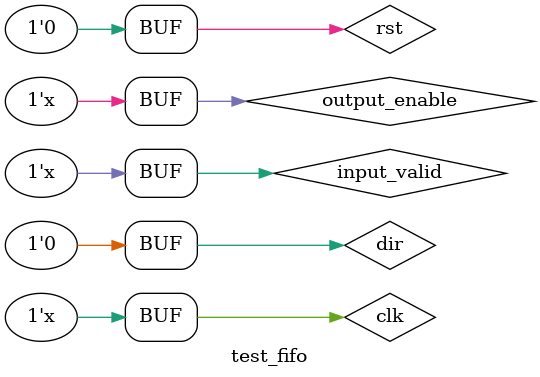
<source format=v>
`timescale 1ns / 1ps

`include "../../sources_1/new/fifo.v"

module test_fifo();
  reg clk, rst, dir;
  reg [3:0] narrow_in;
  wire [3:0] narrow_out;
  reg [7:0] wide_in;
  wire [7:0] wide_out;
  reg input_valid, output_enable;
  wire input_enable, output_valid;
  integer i;

  initial begin
    clk = 0;
    rst = 1;
    dir = 1;
    narrow_in = 0;
    wide_in = 0;
    input_valid = 1;
    output_enable = 0;
    i = 0;
    #1 rst = 0;
    #999 begin
      dir = 0;
      rst = 1;
      #1 rst = 0;
    end
  end
 
  always #10 begin
    input_valid = !input_valid;
    #1 output_enable = !output_enable;
  end

  always #1 clk = ~clk;

  always @(posedge clk) begin
    if (i <= 500) begin
      narrow_in = narrow_in + 1;
    end else begin
      wide_in = wide_in + 1;
    end
    i = i + 1;
  end

  fifo fifo(clk, rst, dir, narrow_in, wide_in, narrow_out, wide_out, input_valid, output_enable, input_enable, output_valid);
endmodule // test

</source>
